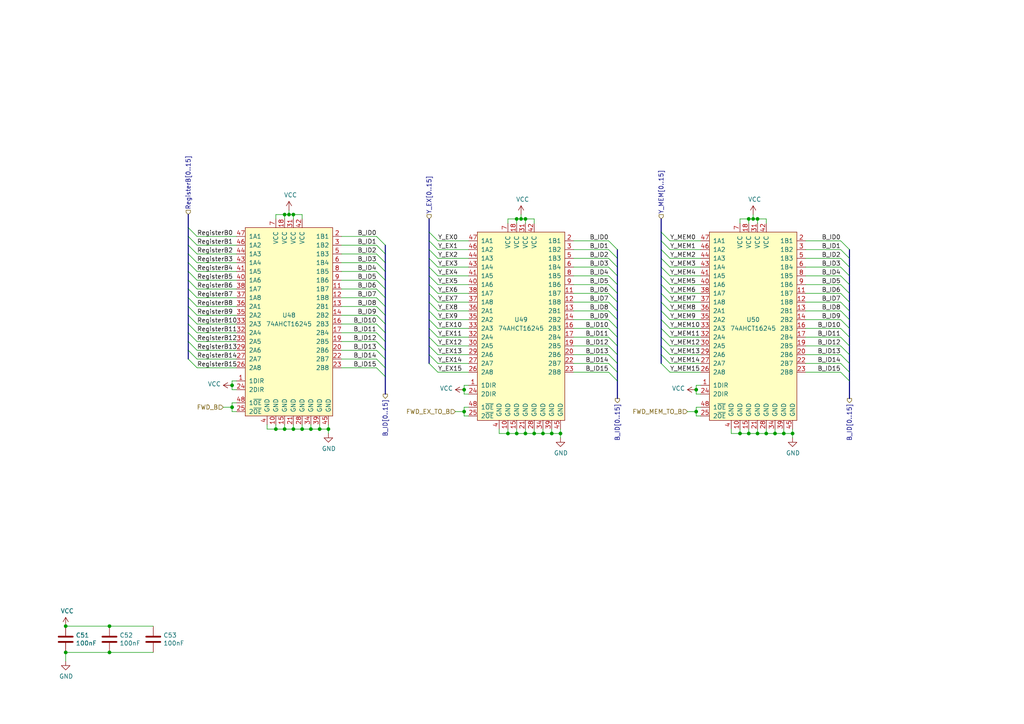
<source format=kicad_sch>
(kicad_sch (version 20230121) (generator eeschema)
  (paper "A4")
  (title_block (date "2022-09-25") (rev "C"))
  (lib_symbols
    (symbol "74xx (kicad5):74AHCT16245" (pin_names (offset 1.016))
      (property "Reference" "U" (at 0 1.27 0))
      (property "Value" "74AHCT16245" (at 0 -1.27 0))
      (symbol "74AHCT16245_0_1"
        (rectangle (start -12.7 26.67) (end 12.7 -27.94) (fill (type background)))
      )
      (symbol "74AHCT16245_1_1"
        (pin input line (at -15.24 -17.78 0) (length 2.54) (name "1DIR") (number "1"))
        (pin power_in line (at -3.81 -30.48 90) (length 2.54) (name "GND") (number "10"))
        (pin tri_state line (at 15.24 8.89 180) (length 2.54) (name "1B7") (number "11"))
        (pin tri_state line (at 15.24 6.35 180) (length 2.54) (name "1B8") (number "12"))
        (pin tri_state line (at 15.24 3.81 180) (length 2.54) (name "2B1") (number "13"))
        (pin tri_state line (at 15.24 1.27 180) (length 2.54) (name "2B2") (number "14"))
        (pin power_in line (at -1.27 -30.48 90) (length 2.54) (name "GND") (number "15"))
        (pin tri_state line (at 15.24 -1.27 180) (length 2.54) (name "2B3") (number "16"))
        (pin tri_state line (at 15.24 -3.81 180) (length 2.54) (name "2B4") (number "17"))
        (pin power_in line (at -1.27 29.21 270) (length 2.54) (name "VCC") (number "18"))
        (pin tri_state line (at 15.24 -6.35 180) (length 2.54) (name "2B5") (number "19"))
        (pin tri_state line (at 15.24 24.13 180) (length 2.54) (name "1B1") (number "2"))
        (pin tri_state line (at 15.24 -8.89 180) (length 2.54) (name "2B6") (number "20"))
        (pin power_in line (at 1.27 -30.48 90) (length 2.54) (name "GND") (number "21"))
        (pin tri_state line (at 15.24 -11.43 180) (length 2.54) (name "2B7") (number "22"))
        (pin tri_state line (at 15.24 -13.97 180) (length 2.54) (name "2B8") (number "23"))
        (pin input line (at -15.24 -20.32 0) (length 2.54) (name "2DIR") (number "24"))
        (pin input line (at -15.24 -26.67 0) (length 2.54) (name "2~{OE}") (number "25"))
        (pin tri_state line (at -15.24 -13.97 0) (length 2.54) (name "2A8") (number "26"))
        (pin tri_state line (at -15.24 -11.43 0) (length 2.54) (name "2A7") (number "27"))
        (pin power_in line (at 3.81 -30.48 90) (length 2.54) (name "GND") (number "28"))
        (pin tri_state line (at -15.24 -8.89 0) (length 2.54) (name "2A6") (number "29"))
        (pin tri_state line (at 15.24 21.59 180) (length 2.54) (name "1B2") (number "3"))
        (pin tri_state line (at -15.24 -6.35 0) (length 2.54) (name "2A5") (number "30"))
        (pin power_in line (at 1.27 29.21 270) (length 2.54) (name "VCC") (number "31"))
        (pin tri_state line (at -15.24 -3.81 0) (length 2.54) (name "2A4") (number "32"))
        (pin tri_state line (at -15.24 -1.27 0) (length 2.54) (name "2A3") (number "33"))
        (pin power_in line (at 6.35 -30.48 90) (length 2.54) (name "GND") (number "34"))
        (pin tri_state line (at -15.24 1.27 0) (length 2.54) (name "2A2") (number "35"))
        (pin tri_state line (at -15.24 3.81 0) (length 2.54) (name "2A1") (number "36"))
        (pin tri_state line (at -15.24 6.35 0) (length 2.54) (name "1A8") (number "37"))
        (pin tri_state line (at -15.24 8.89 0) (length 2.54) (name "1A7") (number "38"))
        (pin power_in line (at 8.89 -30.48 90) (length 2.54) (name "GND") (number "39"))
        (pin power_in line (at -6.35 -30.48 90) (length 2.54) (name "GND") (number "4"))
        (pin tri_state line (at -15.24 11.43 0) (length 2.54) (name "1A6") (number "40"))
        (pin tri_state line (at -15.24 13.97 0) (length 2.54) (name "1A5") (number "41"))
        (pin power_in line (at 3.81 29.21 270) (length 2.54) (name "VCC") (number "42"))
        (pin tri_state line (at -15.24 16.51 0) (length 2.54) (name "1A4") (number "43"))
        (pin tri_state line (at -15.24 19.05 0) (length 2.54) (name "1A3") (number "44"))
        (pin power_in line (at 11.43 -30.48 90) (length 2.54) (name "GND") (number "45"))
        (pin tri_state line (at -15.24 21.59 0) (length 2.54) (name "1A2") (number "46"))
        (pin tri_state line (at -15.24 24.13 0) (length 2.54) (name "1A1") (number "47"))
        (pin input line (at -15.24 -24.13 0) (length 2.54) (name "1~{OE}") (number "48"))
        (pin tri_state line (at 15.24 19.05 180) (length 2.54) (name "1B3") (number "5"))
        (pin tri_state line (at 15.24 16.51 180) (length 2.54) (name "1B4") (number "6"))
        (pin power_in line (at -3.81 29.21 270) (length 2.54) (name "VCC") (number "7"))
        (pin tri_state line (at 15.24 13.97 180) (length 2.54) (name "1B5") (number "8"))
        (pin tri_state line (at 15.24 11.43 180) (length 2.54) (name "1B6") (number "9"))
      )
    )
    (symbol "Device:C" (pin_numbers hide) (pin_names (offset 0.254))
      (property "Reference" "C" (at 0.635 2.54 0))
      (property "Value" "C" (at 0.635 -2.54 0))
      (symbol "C_0_1"
        (polyline (pts (xy -2.032 -0.762) (xy 2.032 -0.762)) (stroke (width 0.508)))
        (polyline (pts (xy -2.032 0.762) (xy 2.032 0.762)) (stroke (width 0.508)))
      )
      (symbol "C_1_1"
        (pin passive line (at 0 3.81 270) (length 2.794) (name "~") (number "1"))
        (pin passive line (at 0 -3.81 90) (length 2.794) (name "~") (number "2"))
      )
    )
    (symbol "power:GND" (power) (pin_names (offset 0))
      (property "Value" "GND" (at 0 -3.81 0))
      (symbol "GND_0_1"
        (polyline (pts (xy 0 0) (xy 0 -1.27) (xy 1.27 -1.27) (xy 0 -2.54) (xy -1.27 -1.27) (xy 0 -1.27)))
      )
      (symbol "GND_1_1"
        (pin power_in line (at 0 0 270) (length 0) hide (name "GND") (number "1"))
      )
    )
    (symbol "power:VCC" (power) (pin_names (offset 0))
      (property "Value" "VCC" (at 0 3.81 0))
      (symbol "VCC_0_1"
        (polyline (pts (xy -0.762 1.27) (xy 0 2.54)))
        (polyline (pts (xy 0 0) (xy 0 2.54)))
        (polyline (pts (xy 0 2.54) (xy 0.762 1.27)))
      )
      (symbol "VCC_1_1"
        (pin power_in line (at 0 0 90) (length 0) hide (name "VCC") (number "1"))
      )
    )
  )
  (junction (at 67.31 118.11))
  (junction (at 222.25 125.73))
  (junction (at 31.75 189.23))
  (junction (at 229.87 125.73))
  (junction (at 147.32 125.73))
  (junction (at 85.09 124.46))
  (junction (at 157.48 125.73))
  (junction (at 80.01 124.46))
  (junction (at 95.25 124.46))
  (junction (at 152.4 125.73))
  (junction (at 154.94 125.73))
  (junction (at 217.17 63.5))
  (junction (at 149.86 63.5))
  (junction (at 214.63 125.73))
  (junction (at 151.13 63.5))
  (junction (at 219.71 125.73))
  (junction (at 224.79 125.73))
  (junction (at 90.17 124.46))
  (junction (at 201.93 113.03))
  (junction (at 92.71 124.46))
  (junction (at 149.86 125.73))
  (junction (at 217.17 125.73))
  (junction (at 67.31 111.76))
  (junction (at 162.56 125.73))
  (junction (at 82.55 124.46))
  (junction (at 82.55 62.23))
  (junction (at 201.93 119.38))
  (junction (at 134.62 113.03))
  (junction (at 218.44 63.5))
  (junction (at 134.62 119.38))
  (junction (at 219.71 63.5))
  (junction (at 85.09 62.23))
  (junction (at 87.63 124.46))
  (junction (at 31.75 181.61))
  (junction (at 19.05 181.61))
  (junction (at 227.33 125.73))
  (junction (at 152.4 63.5))
  (junction (at 83.82 62.23))
  (junction (at 19.05 189.23))
  (junction (at 160.02 125.73))
  (bus_entry (at 176.53 69.85) (size 2.54 2.54))
  (bus_entry (at 54.61 93.98) (size 2.54 2.54))
  (bus_entry (at 127 82.55) (size -2.54 -2.54))
  (bus_entry (at 54.61 68.58) (size 2.54 2.54))
  (bus_entry (at 109.22 106.68) (size 2.54 2.54))
  (bus_entry (at 54.61 99.06) (size 2.54 2.54))
  (bus_entry (at 243.84 74.93) (size 2.54 2.54))
  (bus_entry (at 194.31 77.47) (size -2.54 -2.54))
  (bus_entry (at 127 102.87) (size -2.54 -2.54))
  (bus_entry (at 176.53 90.17) (size 2.54 2.54))
  (bus_entry (at 243.84 87.63) (size 2.54 2.54))
  (bus_entry (at 243.84 69.85) (size 2.54 2.54))
  (bus_entry (at 194.31 74.93) (size -2.54 -2.54))
  (bus_entry (at 176.53 105.41) (size 2.54 2.54))
  (bus_entry (at 54.61 96.52) (size 2.54 2.54))
  (bus_entry (at 243.84 77.47) (size 2.54 2.54))
  (bus_entry (at 109.22 83.82) (size 2.54 2.54))
  (bus_entry (at 194.31 90.17) (size -2.54 -2.54))
  (bus_entry (at 127 85.09) (size -2.54 -2.54))
  (bus_entry (at 243.84 82.55) (size 2.54 2.54))
  (bus_entry (at 109.22 86.36) (size 2.54 2.54))
  (bus_entry (at 127 80.01) (size -2.54 -2.54))
  (bus_entry (at 194.31 85.09) (size -2.54 -2.54))
  (bus_entry (at 176.53 87.63) (size 2.54 2.54))
  (bus_entry (at 127 95.25) (size -2.54 -2.54))
  (bus_entry (at 109.22 71.12) (size 2.54 2.54))
  (bus_entry (at 54.61 71.12) (size 2.54 2.54))
  (bus_entry (at 243.84 95.25) (size 2.54 2.54))
  (bus_entry (at 194.31 87.63) (size -2.54 -2.54))
  (bus_entry (at 127 97.79) (size -2.54 -2.54))
  (bus_entry (at 194.31 95.25) (size -2.54 -2.54))
  (bus_entry (at 194.31 82.55) (size -2.54 -2.54))
  (bus_entry (at 127 92.71) (size -2.54 -2.54))
  (bus_entry (at 176.53 97.79) (size 2.54 2.54))
  (bus_entry (at 109.22 68.58) (size 2.54 2.54))
  (bus_entry (at 176.53 85.09) (size 2.54 2.54))
  (bus_entry (at 243.84 102.87) (size 2.54 2.54))
  (bus_entry (at 127 72.39) (size -2.54 -2.54))
  (bus_entry (at 243.84 97.79) (size 2.54 2.54))
  (bus_entry (at 127 69.85) (size -2.54 -2.54))
  (bus_entry (at 109.22 76.2) (size 2.54 2.54))
  (bus_entry (at 54.61 104.14) (size 2.54 2.54))
  (bus_entry (at 194.31 80.01) (size -2.54 -2.54))
  (bus_entry (at 109.22 78.74) (size 2.54 2.54))
  (bus_entry (at 243.84 107.95) (size 2.54 2.54))
  (bus_entry (at 243.84 72.39) (size 2.54 2.54))
  (bus_entry (at 194.31 107.95) (size -2.54 -2.54))
  (bus_entry (at 176.53 77.47) (size 2.54 2.54))
  (bus_entry (at 243.84 85.09) (size 2.54 2.54))
  (bus_entry (at 176.53 92.71) (size 2.54 2.54))
  (bus_entry (at 194.31 69.85) (size -2.54 -2.54))
  (bus_entry (at 194.31 100.33) (size -2.54 -2.54))
  (bus_entry (at 194.31 102.87) (size -2.54 -2.54))
  (bus_entry (at 127 77.47) (size -2.54 -2.54))
  (bus_entry (at 194.31 105.41) (size -2.54 -2.54))
  (bus_entry (at 109.22 93.98) (size 2.54 2.54))
  (bus_entry (at 109.22 101.6) (size 2.54 2.54))
  (bus_entry (at 109.22 73.66) (size 2.54 2.54))
  (bus_entry (at 243.84 92.71) (size 2.54 2.54))
  (bus_entry (at 176.53 95.25) (size 2.54 2.54))
  (bus_entry (at 194.31 97.79) (size -2.54 -2.54))
  (bus_entry (at 127 90.17) (size -2.54 -2.54))
  (bus_entry (at 109.22 81.28) (size 2.54 2.54))
  (bus_entry (at 54.61 78.74) (size 2.54 2.54))
  (bus_entry (at 54.61 91.44) (size 2.54 2.54))
  (bus_entry (at 176.53 107.95) (size 2.54 2.54))
  (bus_entry (at 176.53 80.01) (size 2.54 2.54))
  (bus_entry (at 176.53 82.55) (size 2.54 2.54))
  (bus_entry (at 194.31 92.71) (size -2.54 -2.54))
  (bus_entry (at 127 74.93) (size -2.54 -2.54))
  (bus_entry (at 109.22 96.52) (size 2.54 2.54))
  (bus_entry (at 243.84 90.17) (size 2.54 2.54))
  (bus_entry (at 54.61 83.82) (size 2.54 2.54))
  (bus_entry (at 127 100.33) (size -2.54 -2.54))
  (bus_entry (at 54.61 86.36) (size 2.54 2.54))
  (bus_entry (at 109.22 91.44) (size 2.54 2.54))
  (bus_entry (at 243.84 80.01) (size 2.54 2.54))
  (bus_entry (at 54.61 73.66) (size 2.54 2.54))
  (bus_entry (at 243.84 100.33) (size 2.54 2.54))
  (bus_entry (at 127 87.63) (size -2.54 -2.54))
  (bus_entry (at 176.53 74.93) (size 2.54 2.54))
  (bus_entry (at 109.22 99.06) (size 2.54 2.54))
  (bus_entry (at 109.22 104.14) (size 2.54 2.54))
  (bus_entry (at 127 105.41) (size -2.54 -2.54))
  (bus_entry (at 54.61 88.9) (size 2.54 2.54))
  (bus_entry (at 54.61 101.6) (size 2.54 2.54))
  (bus_entry (at 194.31 72.39) (size -2.54 -2.54))
  (bus_entry (at 176.53 100.33) (size 2.54 2.54))
  (bus_entry (at 109.22 88.9) (size 2.54 2.54))
  (bus_entry (at 127 107.95) (size -2.54 -2.54))
  (bus_entry (at 54.61 66.04) (size 2.54 2.54))
  (bus_entry (at 176.53 72.39) (size 2.54 2.54))
  (bus_entry (at 243.84 105.41) (size 2.54 2.54))
  (bus_entry (at 54.61 76.2) (size 2.54 2.54))
  (bus_entry (at 176.53 102.87) (size 2.54 2.54))
  (bus_entry (at 54.61 81.28) (size 2.54 2.54))
  (wire (pts (xy 134.62 111.76) (xy 134.62 113.03)))
  (wire (pts (xy 57.15 88.9) (xy 68.58 88.9)))
  (bus (pts (xy 179.07 74.93) (xy 179.07 77.47)))
  (bus (pts (xy 54.61 86.36) (xy 54.61 88.9)))
  (wire (pts (xy 44.45 189.23) (xy 31.75 189.23)))
  (wire (pts (xy 31.75 189.23) (xy 19.05 189.23)))
  (wire (pts (xy 201.93 119.38) (xy 199.39 119.38)))
  (wire (pts (xy 127 87.63) (xy 135.89 87.63)))
  (bus (pts (xy 111.76 93.98) (xy 111.76 96.52)))
  (wire (pts (xy 127 77.47) (xy 135.89 77.47)))
  (wire (pts (xy 217.17 124.46) (xy 217.17 125.73)))
  (wire (pts (xy 176.53 72.39) (xy 166.37 72.39)))
  (wire (pts (xy 135.89 118.11) (xy 134.62 118.11)))
  (wire (pts (xy 151.13 63.5) (xy 152.4 63.5)))
  (wire (pts (xy 149.86 124.46) (xy 149.86 125.73)))
  (wire (pts (xy 194.31 92.71) (xy 203.2 92.71)))
  (wire (pts (xy 162.56 127) (xy 162.56 125.73)))
  (wire (pts (xy 243.84 74.93) (xy 233.68 74.93)))
  (bus (pts (xy 124.46 87.63) (xy 124.46 90.17)))
  (bus (pts (xy 179.07 72.39) (xy 179.07 74.93)))
  (wire (pts (xy 229.87 127) (xy 229.87 125.73)))
  (bus (pts (xy 179.07 80.01) (xy 179.07 82.55)))
  (wire (pts (xy 214.63 124.46) (xy 214.63 125.73)))
  (bus (pts (xy 179.07 87.63) (xy 179.07 90.17)))
  (bus (pts (xy 124.46 92.71) (xy 124.46 95.25)))
  (bus (pts (xy 124.46 67.31) (xy 124.46 69.85)))
  (wire (pts (xy 109.22 101.6) (xy 99.06 101.6)))
  (wire (pts (xy 243.84 85.09) (xy 233.68 85.09)))
  (bus (pts (xy 179.07 97.79) (xy 179.07 100.33)))
  (wire (pts (xy 194.31 82.55) (xy 203.2 82.55)))
  (wire (pts (xy 68.58 110.49) (xy 67.31 110.49)))
  (bus (pts (xy 111.76 86.36) (xy 111.76 88.9)))
  (wire (pts (xy 95.25 124.46) (xy 95.25 123.19)))
  (wire (pts (xy 201.93 120.65) (xy 203.2 120.65)))
  (wire (pts (xy 243.84 72.39) (xy 233.68 72.39)))
  (wire (pts (xy 157.48 125.73) (xy 154.94 125.73)))
  (bus (pts (xy 246.38 105.41) (xy 246.38 107.95)))
  (wire (pts (xy 176.53 85.09) (xy 166.37 85.09)))
  (bus (pts (xy 179.07 100.33) (xy 179.07 102.87)))
  (bus (pts (xy 191.77 80.01) (xy 191.77 82.55)))
  (wire (pts (xy 90.17 124.46) (xy 87.63 124.46)))
  (wire (pts (xy 243.84 100.33) (xy 233.68 100.33)))
  (wire (pts (xy 80.01 124.46) (xy 82.55 124.46)))
  (wire (pts (xy 243.84 69.85) (xy 233.68 69.85)))
  (wire (pts (xy 218.44 62.23) (xy 218.44 63.5)))
  (wire (pts (xy 176.53 97.79) (xy 166.37 97.79)))
  (wire (pts (xy 82.55 63.5) (xy 82.55 62.23)))
  (bus (pts (xy 124.46 69.85) (xy 124.46 72.39)))
  (wire (pts (xy 109.22 73.66) (xy 99.06 73.66)))
  (wire (pts (xy 57.15 99.06) (xy 68.58 99.06)))
  (wire (pts (xy 154.94 63.5) (xy 154.94 64.77)))
  (wire (pts (xy 243.84 77.47) (xy 233.68 77.47)))
  (wire (pts (xy 57.15 68.58) (xy 68.58 68.58)))
  (wire (pts (xy 152.4 125.73) (xy 152.4 124.46)))
  (wire (pts (xy 82.55 124.46) (xy 85.09 124.46)))
  (wire (pts (xy 85.09 124.46) (xy 85.09 123.19)))
  (wire (pts (xy 160.02 125.73) (xy 162.56 125.73)))
  (wire (pts (xy 218.44 63.5) (xy 219.71 63.5)))
  (bus (pts (xy 191.77 69.85) (xy 191.77 72.39)))
  (wire (pts (xy 77.47 123.19) (xy 77.47 124.46)))
  (wire (pts (xy 176.53 87.63) (xy 166.37 87.63)))
  (wire (pts (xy 85.09 62.23) (xy 87.63 62.23)))
  (wire (pts (xy 127 90.17) (xy 135.89 90.17)))
  (wire (pts (xy 19.05 191.77) (xy 19.05 189.23)))
  (wire (pts (xy 154.94 125.73) (xy 154.94 124.46)))
  (wire (pts (xy 57.15 93.98) (xy 68.58 93.98)))
  (wire (pts (xy 217.17 125.73) (xy 219.71 125.73)))
  (bus (pts (xy 111.76 88.9) (xy 111.76 91.44)))
  (wire (pts (xy 83.82 62.23) (xy 85.09 62.23)))
  (wire (pts (xy 57.15 71.12) (xy 68.58 71.12)))
  (wire (pts (xy 127 72.39) (xy 135.89 72.39)))
  (wire (pts (xy 109.22 83.82) (xy 99.06 83.82)))
  (wire (pts (xy 194.31 74.93) (xy 203.2 74.93)))
  (bus (pts (xy 246.38 97.79) (xy 246.38 100.33)))
  (bus (pts (xy 111.76 83.82) (xy 111.76 86.36)))
  (wire (pts (xy 222.25 125.73) (xy 222.25 124.46)))
  (wire (pts (xy 201.93 119.38) (xy 201.93 120.65)))
  (wire (pts (xy 67.31 113.03) (xy 68.58 113.03)))
  (wire (pts (xy 67.31 118.11) (xy 67.31 119.38)))
  (wire (pts (xy 201.93 113.03) (xy 201.93 114.3)))
  (wire (pts (xy 134.62 120.65) (xy 135.89 120.65)))
  (wire (pts (xy 243.84 97.79) (xy 233.68 97.79)))
  (wire (pts (xy 201.93 111.76) (xy 201.93 113.03)))
  (bus (pts (xy 111.76 96.52) (xy 111.76 99.06)))
  (wire (pts (xy 83.82 60.96) (xy 83.82 62.23)))
  (wire (pts (xy 194.31 90.17) (xy 203.2 90.17)))
  (wire (pts (xy 134.62 114.3) (xy 135.89 114.3)))
  (wire (pts (xy 57.15 96.52) (xy 68.58 96.52)))
  (bus (pts (xy 246.38 110.49) (xy 246.38 115.57)))
  (wire (pts (xy 154.94 125.73) (xy 152.4 125.73)))
  (bus (pts (xy 54.61 88.9) (xy 54.61 91.44)))
  (wire (pts (xy 194.31 107.95) (xy 203.2 107.95)))
  (bus (pts (xy 246.38 92.71) (xy 246.38 95.25)))
  (wire (pts (xy 194.31 87.63) (xy 203.2 87.63)))
  (wire (pts (xy 127 74.93) (xy 135.89 74.93)))
  (wire (pts (xy 243.84 105.41) (xy 233.68 105.41)))
  (bus (pts (xy 124.46 63.5) (xy 124.46 67.31)))
  (wire (pts (xy 127 82.55) (xy 135.89 82.55)))
  (bus (pts (xy 124.46 80.01) (xy 124.46 82.55)))
  (wire (pts (xy 57.15 106.68) (xy 68.58 106.68)))
  (bus (pts (xy 54.61 81.28) (xy 54.61 83.82)))
  (wire (pts (xy 194.31 69.85) (xy 203.2 69.85)))
  (wire (pts (xy 127 80.01) (xy 135.89 80.01)))
  (wire (pts (xy 134.62 113.03) (xy 134.62 114.3)))
  (bus (pts (xy 111.76 109.22) (xy 111.76 114.3)))
  (bus (pts (xy 246.38 72.39) (xy 246.38 74.93)))
  (wire (pts (xy 67.31 111.76) (xy 67.31 113.03)))
  (wire (pts (xy 176.53 80.01) (xy 166.37 80.01)))
  (bus (pts (xy 246.38 95.25) (xy 246.38 97.79)))
  (bus (pts (xy 246.38 85.09) (xy 246.38 87.63)))
  (bus (pts (xy 179.07 95.25) (xy 179.07 97.79)))
  (wire (pts (xy 149.86 125.73) (xy 152.4 125.73)))
  (bus (pts (xy 54.61 62.23) (xy 54.61 66.04)))
  (wire (pts (xy 57.15 91.44) (xy 68.58 91.44)))
  (wire (pts (xy 57.15 101.6) (xy 68.58 101.6)))
  (bus (pts (xy 111.76 73.66) (xy 111.76 76.2)))
  (wire (pts (xy 194.31 100.33) (xy 203.2 100.33)))
  (wire (pts (xy 109.22 99.06) (xy 99.06 99.06)))
  (wire (pts (xy 109.22 81.28) (xy 99.06 81.28)))
  (bus (pts (xy 124.46 77.47) (xy 124.46 80.01)))
  (wire (pts (xy 147.32 63.5) (xy 149.86 63.5)))
  (wire (pts (xy 243.84 90.17) (xy 233.68 90.17)))
  (bus (pts (xy 111.76 91.44) (xy 111.76 93.98)))
  (wire (pts (xy 57.15 86.36) (xy 68.58 86.36)))
  (wire (pts (xy 176.53 90.17) (xy 166.37 90.17)))
  (bus (pts (xy 246.38 77.47) (xy 246.38 80.01)))
  (bus (pts (xy 191.77 67.31) (xy 191.77 69.85)))
  (bus (pts (xy 179.07 105.41) (xy 179.07 107.95)))
  (wire (pts (xy 109.22 76.2) (xy 99.06 76.2)))
  (bus (pts (xy 191.77 72.39) (xy 191.77 74.93)))
  (bus (pts (xy 54.61 96.52) (xy 54.61 99.06)))
  (bus (pts (xy 191.77 77.47) (xy 191.77 80.01)))
  (wire (pts (xy 109.22 86.36) (xy 99.06 86.36)))
  (wire (pts (xy 162.56 125.73) (xy 162.56 124.46)))
  (wire (pts (xy 176.53 82.55) (xy 166.37 82.55)))
  (wire (pts (xy 203.2 118.11) (xy 201.93 118.11)))
  (wire (pts (xy 243.84 82.55) (xy 233.68 82.55)))
  (bus (pts (xy 54.61 83.82) (xy 54.61 86.36)))
  (wire (pts (xy 201.93 114.3) (xy 203.2 114.3)))
  (wire (pts (xy 127 97.79) (xy 135.89 97.79)))
  (bus (pts (xy 246.38 90.17) (xy 246.38 92.71)))
  (wire (pts (xy 222.25 63.5) (xy 222.25 64.77)))
  (wire (pts (xy 147.32 125.73) (xy 149.86 125.73)))
  (wire (pts (xy 127 100.33) (xy 135.89 100.33)))
  (wire (pts (xy 109.22 93.98) (xy 99.06 93.98)))
  (wire (pts (xy 224.79 125.73) (xy 224.79 124.46)))
  (wire (pts (xy 157.48 125.73) (xy 160.02 125.73)))
  (bus (pts (xy 124.46 82.55) (xy 124.46 85.09)))
  (wire (pts (xy 147.32 64.77) (xy 147.32 63.5)))
  (wire (pts (xy 176.53 100.33) (xy 166.37 100.33)))
  (wire (pts (xy 135.89 111.76) (xy 134.62 111.76)))
  (wire (pts (xy 82.55 62.23) (xy 83.82 62.23)))
  (wire (pts (xy 77.47 124.46) (xy 80.01 124.46)))
  (wire (pts (xy 67.31 116.84) (xy 67.31 118.11)))
  (wire (pts (xy 176.53 92.71) (xy 166.37 92.71)))
  (wire (pts (xy 147.32 124.46) (xy 147.32 125.73)))
  (wire (pts (xy 127 92.71) (xy 135.89 92.71)))
  (wire (pts (xy 194.31 72.39) (xy 203.2 72.39)))
  (bus (pts (xy 124.46 102.87) (xy 124.46 105.41)))
  (wire (pts (xy 144.78 124.46) (xy 144.78 125.73)))
  (bus (pts (xy 246.38 80.01) (xy 246.38 82.55)))
  (wire (pts (xy 87.63 124.46) (xy 87.63 123.19)))
  (wire (pts (xy 92.71 124.46) (xy 92.71 123.19)))
  (wire (pts (xy 67.31 118.11) (xy 64.77 118.11)))
  (bus (pts (xy 111.76 106.68) (xy 111.76 109.22)))
  (wire (pts (xy 194.31 85.09) (xy 203.2 85.09)))
  (bus (pts (xy 111.76 71.12) (xy 111.76 73.66)))
  (bus (pts (xy 124.46 90.17) (xy 124.46 92.71)))
  (wire (pts (xy 57.15 104.14) (xy 68.58 104.14)))
  (wire (pts (xy 194.31 105.41) (xy 203.2 105.41)))
  (bus (pts (xy 246.38 74.93) (xy 246.38 77.47)))
  (bus (pts (xy 246.38 82.55) (xy 246.38 85.09)))
  (bus (pts (xy 124.46 74.93) (xy 124.46 77.47)))
  (bus (pts (xy 179.07 82.55) (xy 179.07 85.09)))
  (bus (pts (xy 111.76 99.06) (xy 111.76 101.6)))
  (wire (pts (xy 212.09 125.73) (xy 214.63 125.73)))
  (wire (pts (xy 176.53 69.85) (xy 166.37 69.85)))
  (wire (pts (xy 95.25 125.73) (xy 95.25 124.46)))
  (wire (pts (xy 227.33 125.73) (xy 227.33 124.46)))
  (wire (pts (xy 127 107.95) (xy 135.89 107.95)))
  (wire (pts (xy 144.78 125.73) (xy 147.32 125.73)))
  (bus (pts (xy 54.61 99.06) (xy 54.61 101.6)))
  (wire (pts (xy 57.15 78.74) (xy 68.58 78.74)))
  (wire (pts (xy 214.63 125.73) (xy 217.17 125.73)))
  (bus (pts (xy 111.76 76.2) (xy 111.76 78.74)))
  (wire (pts (xy 134.62 119.38) (xy 132.08 119.38)))
  (wire (pts (xy 134.62 118.11) (xy 134.62 119.38)))
  (bus (pts (xy 111.76 81.28) (xy 111.76 83.82)))
  (bus (pts (xy 191.77 102.87) (xy 191.77 105.41)))
  (bus (pts (xy 191.77 85.09) (xy 191.77 87.63)))
  (wire (pts (xy 176.53 95.25) (xy 166.37 95.25)))
  (wire (pts (xy 109.22 68.58) (xy 99.06 68.58)))
  (wire (pts (xy 152.4 64.77) (xy 152.4 63.5)))
  (bus (pts (xy 191.77 92.71) (xy 191.77 95.25)))
  (wire (pts (xy 194.31 102.87) (xy 203.2 102.87)))
  (bus (pts (xy 54.61 71.12) (xy 54.61 73.66)))
  (bus (pts (xy 54.61 66.04) (xy 54.61 68.58)))
  (wire (pts (xy 243.84 87.63) (xy 233.68 87.63)))
  (wire (pts (xy 176.53 107.95) (xy 166.37 107.95)))
  (wire (pts (xy 134.62 119.38) (xy 134.62 120.65)))
  (bus (pts (xy 54.61 91.44) (xy 54.61 93.98)))
  (bus (pts (xy 111.76 104.14) (xy 111.76 106.68)))
  (bus (pts (xy 191.77 100.33) (xy 191.77 102.87)))
  (bus (pts (xy 191.77 95.25) (xy 191.77 97.79)))
  (bus (pts (xy 54.61 93.98) (xy 54.61 96.52)))
  (bus (pts (xy 191.77 63.5) (xy 191.77 67.31)))
  (bus (pts (xy 179.07 102.87) (xy 179.07 105.41)))
  (bus (pts (xy 124.46 95.25) (xy 124.46 97.79)))
  (wire (pts (xy 67.31 110.49) (xy 67.31 111.76)))
  (wire (pts (xy 152.4 63.5) (xy 154.94 63.5)))
  (bus (pts (xy 179.07 92.71) (xy 179.07 95.25)))
  (wire (pts (xy 243.84 107.95) (xy 233.68 107.95)))
  (wire (pts (xy 243.84 95.25) (xy 233.68 95.25)))
  (bus (pts (xy 124.46 85.09) (xy 124.46 87.63)))
  (wire (pts (xy 194.31 77.47) (xy 203.2 77.47)))
  (bus (pts (xy 54.61 101.6) (xy 54.61 104.14)))
  (bus (pts (xy 246.38 107.95) (xy 246.38 110.49)))
  (bus (pts (xy 111.76 101.6) (xy 111.76 104.14)))
  (wire (pts (xy 67.31 119.38) (xy 68.58 119.38)))
  (wire (pts (xy 127 102.87) (xy 135.89 102.87)))
  (bus (pts (xy 246.38 100.33) (xy 246.38 102.87)))
  (wire (pts (xy 214.63 64.77) (xy 214.63 63.5)))
  (wire (pts (xy 87.63 124.46) (xy 85.09 124.46)))
  (wire (pts (xy 219.71 63.5) (xy 222.25 63.5)))
  (wire (pts (xy 227.33 125.73) (xy 229.87 125.73)))
  (wire (pts (xy 176.53 102.87) (xy 166.37 102.87)))
  (wire (pts (xy 57.15 76.2) (xy 68.58 76.2)))
  (wire (pts (xy 19.05 181.61) (xy 31.75 181.61)))
  (wire (pts (xy 151.13 62.23) (xy 151.13 63.5)))
  (wire (pts (xy 109.22 88.9) (xy 99.06 88.9)))
  (wire (pts (xy 194.31 97.79) (xy 203.2 97.79)))
  (wire (pts (xy 176.53 77.47) (xy 166.37 77.47)))
  (wire (pts (xy 194.31 80.01) (xy 203.2 80.01)))
  (wire (pts (xy 57.15 81.28) (xy 68.58 81.28)))
  (bus (pts (xy 124.46 72.39) (xy 124.46 74.93)))
  (wire (pts (xy 149.86 63.5) (xy 151.13 63.5)))
  (wire (pts (xy 92.71 124.46) (xy 95.25 124.46)))
  (wire (pts (xy 224.79 125.73) (xy 227.33 125.73)))
  (bus (pts (xy 191.77 74.93) (xy 191.77 77.47)))
  (bus (pts (xy 191.77 90.17) (xy 191.77 92.71)))
  (wire (pts (xy 80.01 62.23) (xy 82.55 62.23)))
  (wire (pts (xy 109.22 91.44) (xy 99.06 91.44)))
  (wire (pts (xy 82.55 123.19) (xy 82.55 124.46)))
  (wire (pts (xy 149.86 64.77) (xy 149.86 63.5)))
  (wire (pts (xy 219.71 125.73) (xy 219.71 124.46)))
  (wire (pts (xy 85.09 63.5) (xy 85.09 62.23)))
  (wire (pts (xy 127 69.85) (xy 135.89 69.85)))
  (wire (pts (xy 217.17 64.77) (xy 217.17 63.5)))
  (wire (pts (xy 109.22 71.12) (xy 99.06 71.12)))
  (wire (pts (xy 224.79 125.73) (xy 222.25 125.73)))
  (wire (pts (xy 243.84 92.71) (xy 233.68 92.71)))
  (bus (pts (xy 246.38 87.63) (xy 246.38 90.17)))
  (wire (pts (xy 222.25 125.73) (xy 219.71 125.73)))
  (wire (pts (xy 127 85.09) (xy 135.89 85.09)))
  (bus (pts (xy 124.46 100.33) (xy 124.46 102.87)))
  (bus (pts (xy 246.38 102.87) (xy 246.38 105.41)))
  (wire (pts (xy 176.53 74.93) (xy 166.37 74.93)))
  (wire (pts (xy 160.02 125.73) (xy 160.02 124.46)))
  (wire (pts (xy 203.2 111.76) (xy 201.93 111.76)))
  (bus (pts (xy 124.46 97.79) (xy 124.46 100.33)))
  (bus (pts (xy 179.07 90.17) (xy 179.07 92.71)))
  (wire (pts (xy 219.71 64.77) (xy 219.71 63.5)))
  (wire (pts (xy 201.93 118.11) (xy 201.93 119.38)))
  (wire (pts (xy 109.22 104.14) (xy 99.06 104.14)))
  (wire (pts (xy 127 105.41) (xy 135.89 105.41)))
  (wire (pts (xy 68.58 116.84) (xy 67.31 116.84)))
  (bus (pts (xy 111.76 78.74) (xy 111.76 81.28)))
  (wire (pts (xy 31.75 181.61) (xy 44.45 181.61)))
  (bus (pts (xy 54.61 78.74) (xy 54.61 81.28)))
  (wire (pts (xy 90.17 124.46) (xy 90.17 123.19)))
  (bus (pts (xy 54.61 76.2) (xy 54.61 78.74)))
  (bus (pts (xy 54.61 68.58) (xy 54.61 71.12)))
  (wire (pts (xy 109.22 78.74) (xy 99.06 78.74)))
  (wire (pts (xy 80.01 123.19) (xy 80.01 124.46)))
  (bus (pts (xy 179.07 110.49) (xy 179.07 115.57)))
  (wire (pts (xy 157.48 125.73) (xy 157.48 124.46)))
  (bus (pts (xy 191.77 87.63) (xy 191.77 90.17)))
  (bus (pts (xy 179.07 77.47) (xy 179.07 80.01)))
  (wire (pts (xy 90.17 124.46) (xy 92.71 124.46)))
  (wire (pts (xy 80.01 63.5) (xy 80.01 62.23)))
  (bus (pts (xy 54.61 73.66) (xy 54.61 76.2)))
  (wire (pts (xy 57.15 83.82) (xy 68.58 83.82)))
  (wire (pts (xy 57.15 73.66) (xy 68.58 73.66)))
  (bus (pts (xy 191.77 82.55) (xy 191.77 85.09)))
  (wire (pts (xy 109.22 96.52) (xy 99.06 96.52)))
  (bus (pts (xy 191.77 97.79) (xy 191.77 100.33)))
  (wire (pts (xy 243.84 102.87) (xy 233.68 102.87)))
  (wire (pts (xy 212.09 124.46) (xy 212.09 125.73)))
  (wire (pts (xy 217.17 63.5) (xy 218.44 63.5)))
  (wire (pts (xy 194.31 95.25) (xy 203.2 95.25)))
  (wire (pts (xy 109.22 106.68) (xy 99.06 106.68)))
  (wire (pts (xy 127 95.25) (xy 135.89 95.25)))
  (bus (pts (xy 179.07 107.95) (xy 179.07 110.49)))
  (wire (pts (xy 176.53 105.41) (xy 166.37 105.41)))
  (bus (pts (xy 179.07 85.09) (xy 179.07 87.63)))
  (wire (pts (xy 87.63 62.23) (xy 87.63 63.5)))
  (wire (pts (xy 214.63 63.5) (xy 217.17 63.5)))
  (wire (pts (xy 243.84 80.01) (xy 233.68 80.01)))
  (wire (pts (xy 229.87 125.73) (xy 229.87 124.46)))
  (label "Y_MEM11" (at 194.31 97.79 0))
  (label "B_ID15" (at 243.84 107.95 180))
  (label "Y_EX1" (at 127 72.39 0))
  (label "Y_MEM15" (at 194.31 107.95 0))
  (label "B_ID2" (at 176.53 74.93 180))
  (label "Y_EX12" (at 127 100.33 0))
  (label "Y_MEM3" (at 194.31 77.47 0))
  (label "Y_MEM0" (at 194.31 69.85 0))
  (label "B_ID5" (at 243.84 82.55 180))
  (label "Y_MEM2" (at 194.31 74.93 0))
  (label "RegisterB11" (at 57.15 96.52 0))
  (label "Y_EX9" (at 127 92.71 0))
  (label "Y_MEM8" (at 194.31 90.17 0))
  (label "B_ID9" (at 109.22 91.44 180))
  (label "RegisterB1" (at 57.15 71.12 0))
  (label "RegisterB13" (at 57.15 101.6 0))
  (label "B_ID4" (at 176.53 80.01 180))
  (label "B_ID6" (at 176.53 85.09 180))
  (label "Y_MEM4" (at 194.31 80.01 0))
  (label "B_ID14" (at 176.53 105.41 180))
  (label "Y_EX15" (at 127 107.95 0))
  (label "RegisterB2" (at 57.15 73.66 0))
  (label "B_ID9" (at 243.84 92.71 180))
  (label "RegisterB15" (at 57.15 106.68 0))
  (label "B_ID14" (at 109.22 104.14 180))
  (label "RegisterB7" (at 57.15 86.36 0))
  (label "B_ID11" (at 109.22 96.52 180))
  (label "B_ID9" (at 176.53 92.71 180))
  (label "B_ID12" (at 109.22 99.06 180))
  (label "B_ID3" (at 109.22 76.2 180))
  (label "B_ID10" (at 176.53 95.25 180))
  (label "RegisterB10" (at 57.15 93.98 0))
  (label "Y_EX10" (at 127 95.25 0))
  (label "B_ID12" (at 176.53 100.33 180))
  (label "Y_EX14" (at 127 105.41 0))
  (label "B_ID8" (at 109.22 88.9 180))
  (label "Y_EX0" (at 127 69.85 0))
  (label "Y_MEM6" (at 194.31 85.09 0))
  (label "B_ID13" (at 243.84 102.87 180))
  (label "Y_MEM7" (at 194.31 87.63 0))
  (label "B_ID7" (at 176.53 87.63 180))
  (label "Y_EX8" (at 127 90.17 0))
  (label "Y_EX13" (at 127 102.87 0))
  (label "B_ID4" (at 243.84 80.01 180))
  (label "B_ID15" (at 109.22 106.68 180))
  (label "B_ID1" (at 109.22 71.12 180))
  (label "Y_MEM1" (at 194.31 72.39 0))
  (label "B_ID13" (at 109.22 101.6 180))
  (label "RegisterB5" (at 57.15 81.28 0))
  (label "B_ID5" (at 176.53 82.55 180))
  (label "B_ID6" (at 243.84 85.09 180))
  (label "RegisterB14" (at 57.15 104.14 0))
  (label "B_ID10" (at 243.84 95.25 180))
  (label "RegisterB3" (at 57.15 76.2 0))
  (label "B_ID8" (at 176.53 90.17 180))
  (label "Y_MEM10" (at 194.31 95.25 0))
  (label "B_ID15" (at 176.53 107.95 180))
  (label "Y_MEM5" (at 194.31 82.55 0))
  (label "Y_MEM12" (at 194.31 100.33 0))
  (label "B_ID4" (at 109.22 78.74 180))
  (label "B_ID10" (at 109.22 93.98 180))
  (label "Y_EX2" (at 127 74.93 0))
  (label "Y_EX7" (at 127 87.63 0))
  (label "B_ID11" (at 176.53 97.79 180))
  (label "B_ID14" (at 243.84 105.41 180))
  (label "B_ID0" (at 176.53 69.85 180))
  (label "B_ID12" (at 243.84 100.33 180))
  (label "RegisterB0" (at 57.15 68.58 0))
  (label "RegisterB4" (at 57.15 78.74 0))
  (label "RegisterB9" (at 57.15 91.44 0))
  (label "B_ID8" (at 243.84 90.17 180))
  (label "Y_EX4" (at 127 80.01 0))
  (label "Y_EX3" (at 127 77.47 0))
  (label "B_ID1" (at 176.53 72.39 180))
  (label "B_ID0" (at 243.84 69.85 180))
  (label "RegisterB12" (at 57.15 99.06 0))
  (label "B_ID2" (at 109.22 73.66 180))
  (label "Y_MEM13" (at 194.31 102.87 0))
  (label "Y_EX6" (at 127 85.09 0))
  (label "B_ID2" (at 243.84 74.93 180))
  (label "B_ID7" (at 243.84 87.63 180))
  (label "B_ID6" (at 109.22 83.82 180))
  (label "B_ID1" (at 243.84 72.39 180))
  (label "B_ID3" (at 243.84 77.47 180))
  (label "B_ID7" (at 109.22 86.36 180))
  (label "Y_EX5" (at 127 82.55 0))
  (label "B_ID5" (at 109.22 81.28 180))
  (label "Y_EX11" (at 127 97.79 0))
  (label "Y_MEM14" (at 194.31 105.41 0))
  (label "B_ID11" (at 243.84 97.79 180))
  (label "RegisterB6" (at 57.15 83.82 0))
  (label "RegisterB8" (at 57.15 88.9 0))
  (label "B_ID13" (at 176.53 102.87 180))
  (label "B_ID0" (at 109.22 68.58 180))
  (label "Y_MEM9" (at 194.31 92.71 0))
  (label "B_ID3" (at 176.53 77.47 180))
  (hierarchical_label "FWD_B" (shape input) (at 64.77 118.11 180))
  (hierarchical_label "RegisterB[0..15]" (shape input) (at 54.61 62.23 90))
  (hierarchical_label "FWD_EX_TO_B" (shape input) (at 132.08 119.38 180))
  (hierarchical_label "Y_MEM[0..15]" (shape input) (at 191.77 63.5 90))
  (hierarchical_label "B_ID[0..15]" (shape output) (at 246.38 115.57 270))
  (hierarchical_label "B_ID[0..15]" (shape output) (at 111.76 114.3 270))
  (hierarchical_label "B_ID[0..15]" (shape output) (at 179.07 115.57 270))
  (hierarchical_label "Y_EX[0..15]" (shape input) (at 124.46 63.5 90))
  (hierarchical_label "FWD_MEM_TO_B" (shape input) (at 199.39 119.38 180))
  (symbol (lib_id "Device:C") (at 31.75 185.42 0) (unit 1)
    (property "Reference" "C52" (at 34.671 184.2516 0) (effects (justify left)))
    (property "Value" "100nF" (at 34.671 186.563 0) (effects (justify left)))
    (property "Footprint" "Capacitor_SMD:C_0603_1608Metric_Pad1.08x0.95mm_HandSolder" (effects hide))
    (property "Mouser" "https://www.mouser.com/ProductDetail/963-EMK107B7104KAHT" (effects hide))
  )
  (symbol (lib_id "power:VCC") (at 19.05 181.61 0) (unit 1)
    (property "Reference" "#PWR0270" (effects hide))
    (property "Value" "VCC" (at 19.4818 177.2158 0))
  )
  (symbol (lib_id "power:GND") (at 19.05 191.77 0) (unit 1)
    (property "Reference" "#PWR0271" (effects hide))
    (property "Value" "GND" (at 19.177 196.1642 0))
  )
  (symbol (lib_id "Device:C") (at 44.45 185.42 0) (unit 1)
    (property "Reference" "C53" (at 47.371 184.2516 0) (effects (justify left)))
    (property "Value" "100nF" (at 47.371 186.563 0) (effects (justify left)))
    (property "Footprint" "Capacitor_SMD:C_0603_1608Metric_Pad1.08x0.95mm_HandSolder" (effects hide))
    (property "Mouser" "https://www.mouser.com/ProductDetail/963-EMK107B7104KAHT" (effects hide))
  )
  (symbol (lib_id "power:VCC") (at 83.82 60.96 0) (unit 1)
    (property "Reference" "#PWR0273" (effects hide))
    (property "Value" "VCC" (at 84.2518 56.5658 0))
  )
  (symbol (lib_id "power:GND") (at 95.25 125.73 0) (unit 1)
    (property "Reference" "#PWR0274" (effects hide))
    (property "Value" "GND" (at 95.377 130.1242 0))
  )
  (symbol (lib_id "74xx (kicad5):74AHCT16245") (at 83.82 92.71 0) (unit 1)
    (property "Reference" "U48" (at 83.82 91.44 0))
    (property "Value" "74AHCT16245" (at 83.82 93.98 0))
    (property "Footprint" "Package_SO:TSSOP-48_6.1x12.5mm_P0.5mm" (effects hide))
    (property "Datasheet" "https://www.ti.com/lit/ds/symlink/sn74ahct16245.pdf?HQS=dis-mous-null-mousermode-dsf-pf-null-wwe&ts=1617319205092" (effects hide))
    (property "Mouser" "https://www.mouser.com/ProductDetail/Texas-Instruments/74AHCT16245DLRG4?qs=%2Fha2pyFaduixTLlQ%252B3rIFW8KDPMe6E5CxoQ2Fc519Y9S5BWJ%252B%2FVWeIYQshP1VtN3&utm_source=octopart&utm_medium=aggregator&utm_campaign=595-74AHCT16245DLRG4&utm_content=Texas%20Instruments" (effects hide))
  )
  (symbol (lib_id "74xx (kicad5):74AHCT16245") (at 151.13 93.98 0) (unit 1)
    (property "Reference" "U49" (at 151.13 92.71 0))
    (property "Value" "74AHCT16245" (at 151.13 95.25 0))
    (property "Footprint" "Package_SO:TSSOP-48_6.1x12.5mm_P0.5mm" (effects hide))
    (property "Datasheet" "https://www.ti.com/lit/ds/symlink/sn74ahct16245.pdf?HQS=dis-mous-null-mousermode-dsf-pf-null-wwe&ts=1617319205092" (effects hide))
    (property "Mouser" "https://www.mouser.com/ProductDetail/Texas-Instruments/74AHCT16245DLRG4?qs=%2Fha2pyFaduixTLlQ%252B3rIFW8KDPMe6E5CxoQ2Fc519Y9S5BWJ%252B%2FVWeIYQshP1VtN3&utm_source=octopart&utm_medium=aggregator&utm_campaign=595-74AHCT16245DLRG4&utm_content=Texas%20Instruments" (effects hide))
  )
  (symbol (lib_id "power:VCC") (at 134.62 113.03 90) (unit 1)
    (property "Reference" "#PWR0275" (effects hide))
    (property "Value" "VCC" (at 131.3942 112.649 90) (effects (justify left)))
  )
  (symbol (lib_id "power:GND") (at 162.56 127 0) (unit 1)
    (property "Reference" "#PWR0277" (effects hide))
    (property "Value" "GND" (at 162.687 131.3942 0))
  )
  (symbol (lib_id "power:VCC") (at 151.13 62.23 0) (unit 1)
    (property "Reference" "#PWR0276" (effects hide))
    (property "Value" "VCC" (at 151.5618 57.8358 0))
  )
  (symbol (lib_id "74xx (kicad5):74AHCT16245") (at 218.44 93.98 0) (unit 1)
    (property "Reference" "U50" (at 218.44 92.71 0))
    (property "Value" "74AHCT16245" (at 218.44 95.25 0))
    (property "Footprint" "Package_SO:TSSOP-48_6.1x12.5mm_P0.5mm" (effects hide))
    (property "Datasheet" "https://www.ti.com/lit/ds/symlink/sn74ahct16245.pdf?HQS=dis-mous-null-mousermode-dsf-pf-null-wwe&ts=1617319205092" (effects hide))
    (property "Mouser" "https://www.mouser.com/ProductDetail/Texas-Instruments/74AHCT16245DLRG4?qs=%2Fha2pyFaduixTLlQ%252B3rIFW8KDPMe6E5CxoQ2Fc519Y9S5BWJ%252B%2FVWeIYQshP1VtN3&utm_source=octopart&utm_medium=aggregator&utm_campaign=595-74AHCT16245DLRG4&utm_content=Texas%20Instruments" (effects hide))
  )
  (symbol (lib_id "power:VCC") (at 201.93 113.03 90) (unit 1)
    (property "Reference" "#PWR0278" (effects hide))
    (property "Value" "VCC" (at 198.7042 112.649 90) (effects (justify left)))
  )
  (symbol (lib_id "Device:C") (at 19.05 185.42 0) (unit 1)
    (property "Reference" "C51" (at 21.971 184.2516 0) (effects (justify left)))
    (property "Value" "100nF" (at 21.971 186.563 0) (effects (justify left)))
    (property "Footprint" "Capacitor_SMD:C_0603_1608Metric_Pad1.08x0.95mm_HandSolder" (effects hide))
    (property "Mouser" "https://www.mouser.com/ProductDetail/963-EMK107B7104KAHT" (effects hide))
  )
  (symbol (lib_id "power:VCC") (at 67.31 111.76 90) (unit 1)
    (property "Reference" "#PWR0272" (effects hide))
    (property "Value" "VCC" (at 64.0842 111.379 90) (effects (justify left)))
  )
  (symbol (lib_id "power:GND") (at 229.87 127 0) (unit 1)
    (property "Reference" "#PWR0280" (effects hide))
    (property "Value" "GND" (at 229.997 131.3942 0))
  )
  (symbol (lib_id "power:VCC") (at 218.44 62.23 0) (unit 1)
    (property "Reference" "#PWR0279" (effects hide))
    (property "Value" "VCC" (at 218.8718 57.8358 0))
  )
)
</source>
